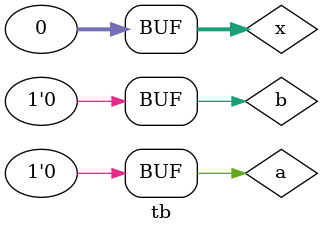
<source format=v>
module fa(input a,b,c, output s,cy);
	assign s = a^b^c;
	assign cy = a&b | b&c | a&c;
endmodule

module tb();
	reg a,b,c;
	wire s,cy;
   integer x=0;
	fa dut(a,b,c,s,cy);
	
	initial begin
		repeat(100) begin
			{a,b,c} = $random;
			#1;
			if ({cy,s} != a+b+c) x = x+1;
		end
      if(!x) $display("SUCCESS");
		else $display("FAILURE");
	end
endmodule 
</source>
